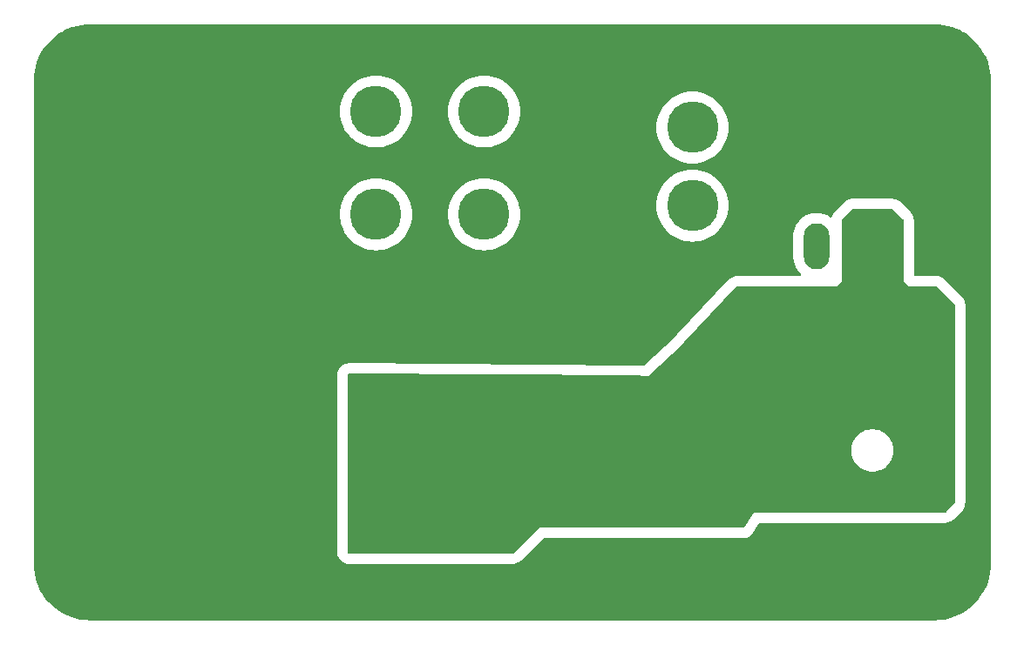
<source format=gbr>
%TF.GenerationSoftware,KiCad,Pcbnew,8.0.7-8.0.7-0~ubuntu22.04.1*%
%TF.CreationDate,2024-12-28T18:58:49+01:00*%
%TF.ProjectId,CrowBar,43726f77-4261-4722-9e6b-696361645f70,1.0A*%
%TF.SameCoordinates,Original*%
%TF.FileFunction,Copper,L2,Bot*%
%TF.FilePolarity,Positive*%
%FSLAX46Y46*%
G04 Gerber Fmt 4.6, Leading zero omitted, Abs format (unit mm)*
G04 Created by KiCad (PCBNEW 8.0.7-8.0.7-0~ubuntu22.04.1) date 2024-12-28 18:58:49*
%MOMM*%
%LPD*%
G01*
G04 APERTURE LIST*
%TA.AperFunction,ComponentPad*%
%ADD10C,5.000000*%
%TD*%
%TA.AperFunction,ComponentPad*%
%ADD11R,2.500000X4.500000*%
%TD*%
%TA.AperFunction,ComponentPad*%
%ADD12O,2.500000X4.500000*%
%TD*%
%TA.AperFunction,ViaPad*%
%ADD13C,1.800000*%
%TD*%
%TA.AperFunction,ViaPad*%
%ADD14C,5.000000*%
%TD*%
G04 APERTURE END LIST*
D10*
%TO.P,J2,1,Pin_1*%
%TO.N,GND*%
X122250000Y-25000000D03*
X111750000Y-25000000D03*
X122250000Y-35000000D03*
X111750000Y-35000000D03*
%TD*%
%TO.P,J1,1,Pin_1*%
%TO.N,Net-(J1-Pin_1)*%
X142250000Y-25000000D03*
X131750000Y-25000000D03*
X142250000Y-35000000D03*
X131750000Y-35000000D03*
%TD*%
D11*
%TO.P,D2,1,K*%
%TO.N,GND*%
X185450000Y-38110000D03*
D12*
%TO.P,D2,2,A*%
%TO.N,Net-(D1-K)*%
X180000000Y-38110000D03*
%TO.P,D2,3,G*%
%TO.N,Net-(D2-G)*%
X174550000Y-38110000D03*
%TD*%
D10*
%TO.P,J4,1,Pin_1*%
%TO.N,GND*%
X122250000Y-55000000D03*
X111750000Y-55000000D03*
X122250000Y-65000000D03*
X111750000Y-65000000D03*
%TD*%
%TO.P,F1,1*%
%TO.N,Net-(D1-K)*%
X162500000Y-61450000D03*
X162500000Y-53850000D03*
%TO.P,F1,2*%
%TO.N,Net-(J1-Pin_1)*%
X162500000Y-34150000D03*
X162500000Y-26550000D03*
%TD*%
%TO.P,J3,1,Pin_1*%
%TO.N,Net-(D1-K)*%
X142250000Y-55000000D03*
X131750000Y-55000000D03*
X142250000Y-65000000D03*
X131750000Y-65000000D03*
%TD*%
D13*
%TO.N,GND*%
X106100000Y-29363044D03*
X175250000Y-22250000D03*
X118139132Y-72950000D03*
X111300000Y-49350000D03*
X103800000Y-53086956D03*
X187300000Y-30950000D03*
X111400000Y-42058696D03*
X124500000Y-40400000D03*
X158208696Y-18000000D03*
X152500000Y-69000000D03*
X106100000Y-65819564D03*
X103800000Y-34858696D03*
X128300000Y-45745652D03*
X129208696Y-18000000D03*
X149000000Y-40500000D03*
X180082608Y-18000000D03*
X106100000Y-47591304D03*
X119300000Y-40408696D03*
X124400000Y-47691304D03*
X101200000Y-32991304D03*
X103800000Y-31213044D03*
X176436956Y-18000000D03*
X101200000Y-36636956D03*
X106100000Y-62173912D03*
X110847828Y-72950000D03*
X107202176Y-72950000D03*
X140013044Y-72950000D03*
X114493480Y-73000000D03*
X116650000Y-42058696D03*
D14*
X104000000Y-70000000D03*
D13*
X110917392Y-19150000D03*
X154000000Y-40500000D03*
X135666666Y-42100000D03*
X136500000Y-18000000D03*
X125430436Y-72950000D03*
X103800000Y-49441304D03*
X147304348Y-73050000D03*
X103800000Y-64023912D03*
X150917392Y-18000000D03*
X101200000Y-62156520D03*
X158241304Y-72950000D03*
X101200000Y-51219564D03*
X121750000Y-49341304D03*
X161886956Y-72950000D03*
X184700000Y-29000000D03*
X190000000Y-50500000D03*
X176436956Y-73000000D03*
X103800000Y-38504348D03*
X132854348Y-18000000D03*
X143708696Y-18000000D03*
X125500000Y-19150000D03*
X103900000Y-45795652D03*
X135666666Y-45745652D03*
X106100000Y-36654348D03*
X190000000Y-61436956D03*
X172791304Y-18000000D03*
X190000000Y-54145652D03*
X129076088Y-72950000D03*
X156000000Y-70500000D03*
X116650000Y-45704348D03*
X190000000Y-47500000D03*
X116550000Y-49350000D03*
X190000000Y-40208696D03*
X172791304Y-73000000D03*
X101300000Y-43928260D03*
X106100000Y-54882608D03*
X157000000Y-42000000D03*
X190000000Y-33000000D03*
X132721740Y-72950000D03*
X178250000Y-22250000D03*
X101200000Y-54865216D03*
X101300000Y-40282608D03*
X106200000Y-40300000D03*
X106100000Y-25717392D03*
X121850000Y-45695652D03*
X118208696Y-19150000D03*
X154595652Y-72950000D03*
X150950000Y-72950000D03*
X140063044Y-18000000D03*
X119300000Y-44054348D03*
X101200000Y-65802172D03*
X103800000Y-56732608D03*
X190000000Y-43854348D03*
X151500000Y-46500000D03*
X172250000Y-22250000D03*
X131983333Y-42150000D03*
X190000000Y-57791304D03*
D14*
X186000000Y-69000000D03*
D13*
X121784784Y-72950000D03*
X128300000Y-42100000D03*
X103800000Y-27567392D03*
X190000000Y-29000000D03*
X143658696Y-72950000D03*
X165500000Y-18000000D03*
X139350000Y-45795652D03*
X165532608Y-72950000D03*
X114563044Y-19200000D03*
X114050000Y-44054348D03*
X131983333Y-45795652D03*
X107271740Y-19150000D03*
D14*
X104000000Y-22000000D03*
D13*
X119200000Y-47700000D03*
X145500000Y-71000000D03*
X111400000Y-45704348D03*
X136367392Y-72950000D03*
X124500000Y-44045652D03*
X113950000Y-47700000D03*
D14*
X145000000Y-45500000D03*
X186000000Y-21000000D03*
D13*
X101200000Y-25700000D03*
X103800000Y-60378260D03*
X190000000Y-36563044D03*
X147354348Y-18000000D03*
X101200000Y-58510868D03*
X103900000Y-42150000D03*
X190000000Y-65500000D03*
X101200000Y-47573912D03*
X106100000Y-51236956D03*
X114050000Y-40408696D03*
X169145652Y-73000000D03*
X181000000Y-25500000D03*
X184700000Y-33000000D03*
X106200000Y-43945652D03*
X121850000Y-42050000D03*
X101200000Y-29345652D03*
X149000000Y-46500000D03*
X161854348Y-18000000D03*
X169145652Y-18000000D03*
X106100000Y-33008696D03*
X106100000Y-58528260D03*
X139350000Y-42150000D03*
X157000000Y-47000000D03*
X154563044Y-18000000D03*
X121854348Y-19150000D03*
X160000000Y-70500000D03*
X180082608Y-73000000D03*
%TO.N,Net-(D1-K)*%
X166500000Y-54500000D03*
X181500000Y-44500000D03*
X186500000Y-54500000D03*
X166500000Y-44500000D03*
X186500000Y-49500000D03*
X166500000Y-49500000D03*
X176500000Y-44500000D03*
X166500000Y-59500000D03*
X148500000Y-59500000D03*
X171500000Y-59500000D03*
X152500000Y-54500000D03*
X186500000Y-59500000D03*
X156500000Y-59500000D03*
X171500000Y-54500000D03*
X181500000Y-49500000D03*
X171500000Y-44500000D03*
X156500000Y-54500000D03*
X148500000Y-54500000D03*
X176500000Y-49500000D03*
X171500000Y-49500000D03*
X186500000Y-44500000D03*
X152500000Y-59500000D03*
%TD*%
%TA.AperFunction,Conductor*%
%TO.N,Net-(D1-K)*%
G36*
X182015677Y-34519685D02*
G01*
X182036319Y-34536319D01*
X182963681Y-35463681D01*
X182997166Y-35525004D01*
X183000000Y-35551362D01*
X183000000Y-41500000D01*
X183500000Y-42000000D01*
X186198638Y-42000000D01*
X186265677Y-42019685D01*
X186286319Y-42036319D01*
X187963681Y-43713681D01*
X187997166Y-43775004D01*
X188000000Y-43801362D01*
X188000000Y-63048638D01*
X187980315Y-63115677D01*
X187963681Y-63136319D01*
X187136319Y-63963681D01*
X187074996Y-63997166D01*
X187048638Y-64000000D01*
X168500000Y-64000000D01*
X167536811Y-65444783D01*
X167483246Y-65489644D01*
X167433637Y-65500000D01*
X147599999Y-65500000D01*
X145136319Y-67963681D01*
X145074996Y-67997166D01*
X145048638Y-68000000D01*
X129124000Y-68000000D01*
X129056961Y-67980315D01*
X129011206Y-67927511D01*
X129000000Y-67876000D01*
X129000000Y-57835602D01*
X177949500Y-57835602D01*
X177949500Y-58104397D01*
X177984582Y-58370880D01*
X177984583Y-58370885D01*
X177984584Y-58370891D01*
X177984585Y-58370893D01*
X178054152Y-58630524D01*
X178157011Y-58878850D01*
X178157019Y-58878866D01*
X178237830Y-59018832D01*
X178291413Y-59111641D01*
X178291415Y-59111644D01*
X178291416Y-59111645D01*
X178455042Y-59324888D01*
X178455048Y-59324895D01*
X178645104Y-59514951D01*
X178645110Y-59514956D01*
X178858359Y-59678587D01*
X179007968Y-59764964D01*
X179091133Y-59812980D01*
X179091149Y-59812988D01*
X179246008Y-59877132D01*
X179339474Y-59915847D01*
X179599109Y-59985416D01*
X179787319Y-60010193D01*
X179865602Y-60020500D01*
X179865603Y-60020500D01*
X180134398Y-60020500D01*
X180194905Y-60012534D01*
X180400891Y-59985416D01*
X180660526Y-59915847D01*
X180847457Y-59838417D01*
X180908850Y-59812988D01*
X180908853Y-59812986D01*
X180908859Y-59812984D01*
X181141641Y-59678587D01*
X181354890Y-59514956D01*
X181544956Y-59324890D01*
X181708587Y-59111641D01*
X181842984Y-58878859D01*
X181945847Y-58630526D01*
X182015416Y-58370891D01*
X182050500Y-58104397D01*
X182050500Y-57835603D01*
X182015416Y-57569109D01*
X181945847Y-57309474D01*
X181907132Y-57216008D01*
X181842988Y-57061149D01*
X181842980Y-57061133D01*
X181794964Y-56977968D01*
X181708587Y-56828359D01*
X181544956Y-56615110D01*
X181544951Y-56615104D01*
X181354895Y-56425048D01*
X181354888Y-56425042D01*
X181141645Y-56261416D01*
X181141644Y-56261415D01*
X181141641Y-56261413D01*
X181048832Y-56207830D01*
X180908866Y-56127019D01*
X180908850Y-56127011D01*
X180660524Y-56024152D01*
X180530708Y-55989368D01*
X180400891Y-55954584D01*
X180400885Y-55954583D01*
X180400880Y-55954582D01*
X180134398Y-55919500D01*
X180134397Y-55919500D01*
X179865603Y-55919500D01*
X179865602Y-55919500D01*
X179599119Y-55954582D01*
X179599112Y-55954583D01*
X179599109Y-55954584D01*
X179544239Y-55969286D01*
X179339475Y-56024152D01*
X179091149Y-56127011D01*
X179091133Y-56127019D01*
X178858354Y-56261416D01*
X178645111Y-56425042D01*
X178645104Y-56425048D01*
X178455048Y-56615104D01*
X178455042Y-56615111D01*
X178291416Y-56828354D01*
X178157019Y-57061133D01*
X178157011Y-57061149D01*
X178054152Y-57309475D01*
X177984585Y-57569106D01*
X177984582Y-57569119D01*
X177949500Y-57835602D01*
X129000000Y-57835602D01*
X129000000Y-50624852D01*
X129019685Y-50557813D01*
X129072489Y-50512058D01*
X129124848Y-50500855D01*
X156746241Y-50690042D01*
X158199999Y-50700000D01*
X158200000Y-50700000D01*
X158200001Y-50700000D01*
X160499986Y-48600013D01*
X160499989Y-48600009D01*
X160500000Y-48600000D01*
X161700000Y-47400000D01*
X166763300Y-42038859D01*
X166823642Y-42003636D01*
X166853450Y-42000000D01*
X176500000Y-42000000D01*
X177000000Y-41500000D01*
X177000000Y-35551362D01*
X177019685Y-35484323D01*
X177036319Y-35463681D01*
X177963681Y-34536319D01*
X178025004Y-34502834D01*
X178051362Y-34500000D01*
X181948638Y-34500000D01*
X182015677Y-34519685D01*
G37*
%TD.AperFunction*%
%TD*%
%TA.AperFunction,Conductor*%
%TO.N,GND*%
G36*
X186002562Y-16500605D02*
G01*
X186449036Y-16519072D01*
X186459209Y-16519915D01*
X186900114Y-16574873D01*
X186910194Y-16576555D01*
X187345042Y-16667733D01*
X187354950Y-16670242D01*
X187780786Y-16797019D01*
X187790454Y-16800338D01*
X188131430Y-16933388D01*
X188204339Y-16961838D01*
X188213724Y-16965954D01*
X188612869Y-17161083D01*
X188621877Y-17165958D01*
X189003544Y-17393383D01*
X189012123Y-17398989D01*
X189373693Y-17657144D01*
X189381775Y-17663435D01*
X189720796Y-17950571D01*
X189728336Y-17957512D01*
X190042487Y-18271663D01*
X190049428Y-18279203D01*
X190336564Y-18618224D01*
X190342859Y-18626312D01*
X190601010Y-18987876D01*
X190606616Y-18996455D01*
X190834041Y-19378122D01*
X190838919Y-19387136D01*
X191034045Y-19786275D01*
X191038161Y-19795660D01*
X191199656Y-20209533D01*
X191202984Y-20219226D01*
X191329753Y-20645036D01*
X191332269Y-20654971D01*
X191423441Y-21089791D01*
X191425128Y-21099900D01*
X191480082Y-21540769D01*
X191480928Y-21550983D01*
X191499394Y-21997437D01*
X191499500Y-22002561D01*
X191499500Y-68997438D01*
X191499394Y-69002562D01*
X191480928Y-69449016D01*
X191480082Y-69459230D01*
X191425128Y-69900099D01*
X191423441Y-69910208D01*
X191332269Y-70345028D01*
X191329753Y-70354963D01*
X191202984Y-70780773D01*
X191199656Y-70790466D01*
X191038161Y-71204339D01*
X191034045Y-71213724D01*
X190838919Y-71612863D01*
X190834041Y-71621877D01*
X190606616Y-72003544D01*
X190601010Y-72012123D01*
X190342859Y-72373687D01*
X190336564Y-72381775D01*
X190049428Y-72720796D01*
X190042487Y-72728336D01*
X189728336Y-73042487D01*
X189720796Y-73049428D01*
X189381775Y-73336564D01*
X189373687Y-73342859D01*
X189012123Y-73601010D01*
X189003544Y-73606616D01*
X188621877Y-73834041D01*
X188612863Y-73838919D01*
X188213724Y-74034045D01*
X188204339Y-74038161D01*
X187790466Y-74199656D01*
X187780773Y-74202984D01*
X187354963Y-74329753D01*
X187345028Y-74332269D01*
X186910208Y-74423441D01*
X186900099Y-74425128D01*
X186459230Y-74480082D01*
X186449016Y-74480928D01*
X186002563Y-74499394D01*
X185997439Y-74499500D01*
X104002561Y-74499500D01*
X103997437Y-74499394D01*
X103550983Y-74480928D01*
X103540769Y-74480082D01*
X103099900Y-74425128D01*
X103089791Y-74423441D01*
X102654971Y-74332269D01*
X102645036Y-74329753D01*
X102219226Y-74202984D01*
X102209533Y-74199656D01*
X101795660Y-74038161D01*
X101786275Y-74034045D01*
X101387136Y-73838919D01*
X101378122Y-73834041D01*
X100996455Y-73606616D01*
X100987876Y-73601010D01*
X100626312Y-73342859D01*
X100618224Y-73336564D01*
X100279203Y-73049428D01*
X100271663Y-73042487D01*
X99957512Y-72728336D01*
X99950571Y-72720796D01*
X99663435Y-72381775D01*
X99657140Y-72373687D01*
X99398989Y-72012123D01*
X99393383Y-72003544D01*
X99165958Y-71621877D01*
X99161080Y-71612863D01*
X98965954Y-71213724D01*
X98961838Y-71204339D01*
X98933388Y-71131430D01*
X98800338Y-70790454D01*
X98797019Y-70780786D01*
X98670242Y-70354950D01*
X98667733Y-70345042D01*
X98576555Y-69910194D01*
X98574873Y-69900114D01*
X98519915Y-69459209D01*
X98519072Y-69449036D01*
X98501279Y-69018854D01*
X98500606Y-69002562D01*
X98500500Y-68997438D01*
X98500500Y-50624850D01*
X127994500Y-50624850D01*
X127994500Y-67875989D01*
X127994566Y-67887579D01*
X127994567Y-67887593D01*
X128017481Y-68089745D01*
X128028685Y-68141246D01*
X128053217Y-68232941D01*
X128134306Y-68419524D01*
X128134310Y-68419531D01*
X128251294Y-68585966D01*
X128251300Y-68585974D01*
X128297055Y-68638778D01*
X128413683Y-68752750D01*
X128416169Y-68755180D01*
X128552195Y-68846184D01*
X128585264Y-68868308D01*
X128746738Y-68934108D01*
X128773671Y-68945083D01*
X128773677Y-68945085D01*
X128788687Y-68949492D01*
X128840710Y-68964768D01*
X128921594Y-68984917D01*
X129039470Y-68996904D01*
X129123999Y-69005500D01*
X129124000Y-69005500D01*
X145048640Y-69005500D01*
X145059387Y-69004923D01*
X145156129Y-68999738D01*
X145182487Y-68996904D01*
X145369371Y-68958610D01*
X145556882Y-68879672D01*
X145618205Y-68846187D01*
X145689638Y-68803245D01*
X145847315Y-68674677D01*
X147980172Y-66541818D01*
X148041495Y-66508334D01*
X148067853Y-66505500D01*
X167433543Y-66505500D01*
X167433637Y-66505500D01*
X167436768Y-66505495D01*
X167639108Y-66484282D01*
X167688717Y-66473926D01*
X167772533Y-66452631D01*
X167960459Y-66374685D01*
X168128848Y-66260506D01*
X168182413Y-66215645D01*
X168244037Y-66159529D01*
X168373437Y-66002534D01*
X169001316Y-65060717D01*
X169054881Y-65015856D01*
X169104490Y-65005500D01*
X187048640Y-65005500D01*
X187059387Y-65004923D01*
X187156129Y-64999738D01*
X187182487Y-64996904D01*
X187369371Y-64958610D01*
X187556882Y-64879672D01*
X187618205Y-64846187D01*
X187689638Y-64803245D01*
X187847315Y-64674677D01*
X188674677Y-63847315D01*
X188746612Y-63767230D01*
X188763246Y-63746588D01*
X188868308Y-63587374D01*
X188945083Y-63398967D01*
X188964768Y-63331928D01*
X188984917Y-63251044D01*
X189005500Y-63048638D01*
X189005500Y-43801362D01*
X188999738Y-43693871D01*
X188996904Y-43667513D01*
X188958610Y-43480629D01*
X188879672Y-43293118D01*
X188846187Y-43231795D01*
X188846184Y-43231790D01*
X188803250Y-43160369D01*
X188803242Y-43160358D01*
X188762001Y-43109779D01*
X188674677Y-43002685D01*
X186997315Y-41325323D01*
X186988049Y-41317000D01*
X186917225Y-41253383D01*
X186896596Y-41236760D01*
X186896584Y-41236751D01*
X186737378Y-41131694D01*
X186737376Y-41131693D01*
X186737374Y-41131692D01*
X186548967Y-41054917D01*
X186548964Y-41054916D01*
X186548959Y-41054914D01*
X186548960Y-41054914D01*
X186481931Y-41035233D01*
X186481933Y-41035233D01*
X186481928Y-41035232D01*
X186401044Y-41015083D01*
X186401040Y-41015082D01*
X186401041Y-41015082D01*
X186198639Y-40994500D01*
X186198638Y-40994500D01*
X184129500Y-40994500D01*
X184062461Y-40974815D01*
X184016706Y-40922011D01*
X184005500Y-40870500D01*
X184005500Y-35551359D01*
X184004635Y-35535238D01*
X183999738Y-35443871D01*
X183996904Y-35417513D01*
X183958610Y-35230629D01*
X183879672Y-35043118D01*
X183846187Y-34981795D01*
X183841718Y-34974361D01*
X183803250Y-34910369D01*
X183803242Y-34910358D01*
X183739977Y-34832770D01*
X183674677Y-34752685D01*
X182747315Y-33825323D01*
X182738049Y-33817000D01*
X182667225Y-33753383D01*
X182646596Y-33736760D01*
X182646584Y-33736751D01*
X182487378Y-33631694D01*
X182487376Y-33631693D01*
X182487374Y-33631692D01*
X182298967Y-33554917D01*
X182298964Y-33554916D01*
X182298959Y-33554914D01*
X182298960Y-33554914D01*
X182231931Y-33535233D01*
X182231933Y-33535233D01*
X182231928Y-33535232D01*
X182151044Y-33515083D01*
X182151040Y-33515082D01*
X182151041Y-33515082D01*
X181948639Y-33494500D01*
X181948638Y-33494500D01*
X178051362Y-33494500D01*
X178051360Y-33494500D01*
X177943888Y-33500261D01*
X177943879Y-33500261D01*
X177943871Y-33500262D01*
X177943868Y-33500262D01*
X177943857Y-33500263D01*
X177917515Y-33503095D01*
X177730630Y-33541389D01*
X177543122Y-33620325D01*
X177481790Y-33653815D01*
X177410369Y-33696749D01*
X177410358Y-33696757D01*
X177252682Y-33825325D01*
X176325336Y-34752671D01*
X176325306Y-34752703D01*
X176253383Y-34832774D01*
X176236760Y-34853403D01*
X176236751Y-34853415D01*
X176131694Y-35012621D01*
X176131693Y-35012623D01*
X176054914Y-35201040D01*
X176054913Y-35201042D01*
X176051468Y-35212774D01*
X176013690Y-35271550D01*
X175950132Y-35300571D01*
X175880974Y-35290623D01*
X175857006Y-35276207D01*
X175802994Y-35234761D01*
X175547510Y-35087258D01*
X175547500Y-35087254D01*
X175274961Y-34974364D01*
X175274954Y-34974362D01*
X175274952Y-34974361D01*
X174989993Y-34898007D01*
X174941113Y-34891571D01*
X174697513Y-34859500D01*
X174697506Y-34859500D01*
X174402494Y-34859500D01*
X174402486Y-34859500D01*
X174124085Y-34896153D01*
X174110007Y-34898007D01*
X173825048Y-34974361D01*
X173825038Y-34974364D01*
X173552499Y-35087254D01*
X173552489Y-35087258D01*
X173297006Y-35234761D01*
X173062959Y-35414352D01*
X173062952Y-35414358D01*
X172854358Y-35622952D01*
X172854352Y-35622959D01*
X172674761Y-35857006D01*
X172527258Y-36112489D01*
X172527254Y-36112499D01*
X172414364Y-36385038D01*
X172414361Y-36385048D01*
X172338008Y-36670004D01*
X172338006Y-36670015D01*
X172299500Y-36962486D01*
X172299500Y-39257513D01*
X172331571Y-39501113D01*
X172338007Y-39549993D01*
X172338008Y-39549995D01*
X172414361Y-39834951D01*
X172414364Y-39834961D01*
X172527254Y-40107500D01*
X172527258Y-40107510D01*
X172674761Y-40362993D01*
X172854352Y-40597040D01*
X172854358Y-40597047D01*
X173040130Y-40782819D01*
X173073615Y-40844142D01*
X173068631Y-40913834D01*
X173026759Y-40969767D01*
X172961295Y-40994184D01*
X172952449Y-40994500D01*
X166853450Y-40994500D01*
X166833905Y-40995687D01*
X166731707Y-41001897D01*
X166701954Y-41005525D01*
X166701955Y-41005526D01*
X166700284Y-41005731D01*
X166700281Y-41005731D01*
X166501926Y-41050992D01*
X166316753Y-41135251D01*
X166316743Y-41135256D01*
X166256411Y-41170473D01*
X166186231Y-41215438D01*
X166186230Y-41215439D01*
X166032286Y-41348460D01*
X160980055Y-46697880D01*
X160977586Y-46700420D01*
X159807138Y-47870868D01*
X159803066Y-47874759D01*
X157848825Y-49659067D01*
X157786045Y-49689733D01*
X157764367Y-49691492D01*
X156753128Y-49684566D01*
X129131749Y-49495379D01*
X129131736Y-49495379D01*
X129131735Y-49495379D01*
X129116700Y-49495388D01*
X129116688Y-49495388D01*
X128914476Y-49517608D01*
X128914455Y-49517612D01*
X128862125Y-49528809D01*
X128862113Y-49528811D01*
X128862109Y-49528813D01*
X128831597Y-49536920D01*
X128767060Y-49554068D01*
X128767054Y-49554070D01*
X128580475Y-49635158D01*
X128580468Y-49635162D01*
X128414033Y-49752146D01*
X128414020Y-49752157D01*
X128361225Y-49797904D01*
X128244819Y-49917021D01*
X128131693Y-50086113D01*
X128131690Y-50086120D01*
X128054916Y-50274523D01*
X128054914Y-50274529D01*
X128035233Y-50341558D01*
X128015082Y-50422449D01*
X127994500Y-50624850D01*
X98500500Y-50624850D01*
X98500500Y-34999999D01*
X128244696Y-34999999D01*
X128244696Y-35000000D01*
X128263898Y-35366405D01*
X128297053Y-35575736D01*
X128321295Y-35728794D01*
X128367881Y-35902656D01*
X128416260Y-36083206D01*
X128547746Y-36425739D01*
X128714320Y-36752656D01*
X128914147Y-37060364D01*
X129015628Y-37185682D01*
X129145051Y-37345506D01*
X129404494Y-37604949D01*
X129442965Y-37636102D01*
X129689635Y-37835852D01*
X129997343Y-38035679D01*
X129997348Y-38035682D01*
X130324264Y-38202255D01*
X130666801Y-38333742D01*
X131021206Y-38428705D01*
X131383596Y-38486102D01*
X131729734Y-38504241D01*
X131749999Y-38505304D01*
X131750000Y-38505304D01*
X131750001Y-38505304D01*
X131769203Y-38504297D01*
X132116404Y-38486102D01*
X132478794Y-38428705D01*
X132833199Y-38333742D01*
X133175736Y-38202255D01*
X133502652Y-38035682D01*
X133810366Y-37835851D01*
X134095506Y-37604949D01*
X134354949Y-37345506D01*
X134585851Y-37060366D01*
X134785682Y-36752652D01*
X134952255Y-36425736D01*
X135083742Y-36083199D01*
X135178705Y-35728794D01*
X135236102Y-35366404D01*
X135255304Y-35000000D01*
X135255304Y-34999999D01*
X138744696Y-34999999D01*
X138744696Y-35000000D01*
X138763898Y-35366405D01*
X138797053Y-35575736D01*
X138821295Y-35728794D01*
X138867881Y-35902656D01*
X138916260Y-36083206D01*
X139047746Y-36425739D01*
X139214320Y-36752656D01*
X139414147Y-37060364D01*
X139515628Y-37185682D01*
X139645051Y-37345506D01*
X139904494Y-37604949D01*
X139942965Y-37636102D01*
X140189635Y-37835852D01*
X140497343Y-38035679D01*
X140497348Y-38035682D01*
X140824264Y-38202255D01*
X141166801Y-38333742D01*
X141521206Y-38428705D01*
X141883596Y-38486102D01*
X142229734Y-38504241D01*
X142249999Y-38505304D01*
X142250000Y-38505304D01*
X142250001Y-38505304D01*
X142269203Y-38504297D01*
X142616404Y-38486102D01*
X142978794Y-38428705D01*
X143333199Y-38333742D01*
X143675736Y-38202255D01*
X144002652Y-38035682D01*
X144310366Y-37835851D01*
X144595506Y-37604949D01*
X144854949Y-37345506D01*
X145085851Y-37060366D01*
X145285682Y-36752652D01*
X145452255Y-36425736D01*
X145583742Y-36083199D01*
X145678705Y-35728794D01*
X145736102Y-35366404D01*
X145755304Y-35000000D01*
X145736102Y-34633596D01*
X145678705Y-34271206D01*
X145646228Y-34149999D01*
X158994696Y-34149999D01*
X158994696Y-34150000D01*
X159013898Y-34516405D01*
X159071294Y-34878788D01*
X159071294Y-34878790D01*
X159166260Y-35233206D01*
X159297746Y-35575739D01*
X159464320Y-35902656D01*
X159664147Y-36210364D01*
X159664149Y-36210366D01*
X159895051Y-36495506D01*
X160154494Y-36754949D01*
X160154498Y-36754952D01*
X160439635Y-36985852D01*
X160747343Y-37185679D01*
X160747348Y-37185682D01*
X161074264Y-37352255D01*
X161416801Y-37483742D01*
X161771206Y-37578705D01*
X162133596Y-37636102D01*
X162479734Y-37654241D01*
X162499999Y-37655304D01*
X162500000Y-37655304D01*
X162500001Y-37655304D01*
X162519203Y-37654297D01*
X162866404Y-37636102D01*
X163228794Y-37578705D01*
X163583199Y-37483742D01*
X163925736Y-37352255D01*
X164252652Y-37185682D01*
X164560366Y-36985851D01*
X164845506Y-36754949D01*
X165104949Y-36495506D01*
X165335851Y-36210366D01*
X165535682Y-35902652D01*
X165702255Y-35575736D01*
X165833742Y-35233199D01*
X165928705Y-34878794D01*
X165986102Y-34516404D01*
X166005304Y-34150000D01*
X165986102Y-33783596D01*
X165928705Y-33421206D01*
X165833742Y-33066801D01*
X165702255Y-32724264D01*
X165535682Y-32397348D01*
X165535679Y-32397343D01*
X165335852Y-32089635D01*
X165104952Y-31804498D01*
X165104949Y-31804494D01*
X164845506Y-31545051D01*
X164560366Y-31314149D01*
X164560364Y-31314147D01*
X164252656Y-31114320D01*
X163925739Y-30947746D01*
X163583206Y-30816260D01*
X163583199Y-30816258D01*
X163228794Y-30721295D01*
X163228790Y-30721294D01*
X163228789Y-30721294D01*
X162866405Y-30663898D01*
X162500001Y-30644696D01*
X162499999Y-30644696D01*
X162133594Y-30663898D01*
X161771211Y-30721294D01*
X161771209Y-30721294D01*
X161416793Y-30816260D01*
X161074260Y-30947746D01*
X160747343Y-31114320D01*
X160439635Y-31314147D01*
X160154498Y-31545047D01*
X160154490Y-31545054D01*
X159895054Y-31804490D01*
X159895047Y-31804498D01*
X159664147Y-32089635D01*
X159464320Y-32397343D01*
X159297746Y-32724260D01*
X159166260Y-33066793D01*
X159071294Y-33421209D01*
X159071294Y-33421211D01*
X159013898Y-33783594D01*
X158994696Y-34149999D01*
X145646228Y-34149999D01*
X145583742Y-33916801D01*
X145452255Y-33574264D01*
X145285682Y-33247348D01*
X145085851Y-32939634D01*
X144854949Y-32654494D01*
X144595506Y-32395051D01*
X144310366Y-32164149D01*
X144310364Y-32164147D01*
X144002656Y-31964320D01*
X143675739Y-31797746D01*
X143333206Y-31666260D01*
X143333199Y-31666258D01*
X142978794Y-31571295D01*
X142978790Y-31571294D01*
X142978789Y-31571294D01*
X142616405Y-31513898D01*
X142250001Y-31494696D01*
X142249999Y-31494696D01*
X141883594Y-31513898D01*
X141521211Y-31571294D01*
X141521209Y-31571294D01*
X141166793Y-31666260D01*
X140824260Y-31797746D01*
X140497343Y-31964320D01*
X140189635Y-32164147D01*
X139904498Y-32395047D01*
X139904490Y-32395054D01*
X139645054Y-32654490D01*
X139645047Y-32654498D01*
X139414147Y-32939635D01*
X139214320Y-33247343D01*
X139047746Y-33574260D01*
X138916260Y-33916793D01*
X138821294Y-34271209D01*
X138821294Y-34271211D01*
X138763898Y-34633594D01*
X138744696Y-34999999D01*
X135255304Y-34999999D01*
X135236102Y-34633596D01*
X135178705Y-34271206D01*
X135083742Y-33916801D01*
X134952255Y-33574264D01*
X134785682Y-33247348D01*
X134585851Y-32939634D01*
X134354949Y-32654494D01*
X134095506Y-32395051D01*
X133810366Y-32164149D01*
X133810364Y-32164147D01*
X133502656Y-31964320D01*
X133175739Y-31797746D01*
X132833206Y-31666260D01*
X132833199Y-31666258D01*
X132478794Y-31571295D01*
X132478790Y-31571294D01*
X132478789Y-31571294D01*
X132116405Y-31513898D01*
X131750001Y-31494696D01*
X131749999Y-31494696D01*
X131383594Y-31513898D01*
X131021211Y-31571294D01*
X131021209Y-31571294D01*
X130666793Y-31666260D01*
X130324260Y-31797746D01*
X129997343Y-31964320D01*
X129689635Y-32164147D01*
X129404498Y-32395047D01*
X129404490Y-32395054D01*
X129145054Y-32654490D01*
X129145047Y-32654498D01*
X128914147Y-32939635D01*
X128714320Y-33247343D01*
X128547746Y-33574260D01*
X128416260Y-33916793D01*
X128321294Y-34271209D01*
X128321294Y-34271211D01*
X128263898Y-34633594D01*
X128244696Y-34999999D01*
X98500500Y-34999999D01*
X98500500Y-24999999D01*
X128244696Y-24999999D01*
X128244696Y-25000000D01*
X128263898Y-25366405D01*
X128321294Y-25728788D01*
X128321294Y-25728790D01*
X128416260Y-26083206D01*
X128547746Y-26425739D01*
X128714320Y-26752656D01*
X128914147Y-27060364D01*
X128914149Y-27060366D01*
X129145051Y-27345506D01*
X129404494Y-27604949D01*
X129563311Y-27733557D01*
X129689635Y-27835852D01*
X129997343Y-28035679D01*
X129997348Y-28035682D01*
X130324264Y-28202255D01*
X130666801Y-28333742D01*
X131021206Y-28428705D01*
X131383596Y-28486102D01*
X131729734Y-28504241D01*
X131749999Y-28505304D01*
X131750000Y-28505304D01*
X131750001Y-28505304D01*
X131769203Y-28504297D01*
X132116404Y-28486102D01*
X132478794Y-28428705D01*
X132833199Y-28333742D01*
X133175736Y-28202255D01*
X133502652Y-28035682D01*
X133810366Y-27835851D01*
X134095506Y-27604949D01*
X134354949Y-27345506D01*
X134585851Y-27060366D01*
X134785682Y-26752652D01*
X134952255Y-26425736D01*
X135083742Y-26083199D01*
X135178705Y-25728794D01*
X135236102Y-25366404D01*
X135255304Y-25000000D01*
X135255304Y-24999999D01*
X138744696Y-24999999D01*
X138744696Y-25000000D01*
X138763898Y-25366405D01*
X138821294Y-25728788D01*
X138821294Y-25728790D01*
X138916260Y-26083206D01*
X139047746Y-26425739D01*
X139214320Y-26752656D01*
X139414147Y-27060364D01*
X139414149Y-27060366D01*
X139645051Y-27345506D01*
X139904494Y-27604949D01*
X140063311Y-27733557D01*
X140189635Y-27835852D01*
X140497343Y-28035679D01*
X140497348Y-28035682D01*
X140824264Y-28202255D01*
X141166801Y-28333742D01*
X141521206Y-28428705D01*
X141883596Y-28486102D01*
X142229734Y-28504241D01*
X142249999Y-28505304D01*
X142250000Y-28505304D01*
X142250001Y-28505304D01*
X142269203Y-28504297D01*
X142616404Y-28486102D01*
X142978794Y-28428705D01*
X143333199Y-28333742D01*
X143675736Y-28202255D01*
X144002652Y-28035682D01*
X144310366Y-27835851D01*
X144595506Y-27604949D01*
X144854949Y-27345506D01*
X145085851Y-27060366D01*
X145285682Y-26752652D01*
X145388939Y-26549999D01*
X158994696Y-26549999D01*
X158994696Y-26550000D01*
X159005316Y-26752656D01*
X159013898Y-26916404D01*
X159071295Y-27278794D01*
X159158688Y-27604949D01*
X159166260Y-27633206D01*
X159297746Y-27975739D01*
X159464320Y-28302656D01*
X159664147Y-28610364D01*
X159664149Y-28610366D01*
X159895051Y-28895506D01*
X160154494Y-29154949D01*
X160154498Y-29154952D01*
X160439635Y-29385852D01*
X160747343Y-29585679D01*
X160747348Y-29585682D01*
X161074264Y-29752255D01*
X161416801Y-29883742D01*
X161771206Y-29978705D01*
X162133596Y-30036102D01*
X162479734Y-30054241D01*
X162499999Y-30055304D01*
X162500000Y-30055304D01*
X162500001Y-30055304D01*
X162519203Y-30054297D01*
X162866404Y-30036102D01*
X163228794Y-29978705D01*
X163583199Y-29883742D01*
X163925736Y-29752255D01*
X164252652Y-29585682D01*
X164560366Y-29385851D01*
X164845506Y-29154949D01*
X165104949Y-28895506D01*
X165335851Y-28610366D01*
X165535682Y-28302652D01*
X165702255Y-27975736D01*
X165833742Y-27633199D01*
X165928705Y-27278794D01*
X165986102Y-26916404D01*
X166005304Y-26550000D01*
X165986102Y-26183596D01*
X165928705Y-25821206D01*
X165833742Y-25466801D01*
X165702255Y-25124264D01*
X165535682Y-24797348D01*
X165429341Y-24633596D01*
X165335852Y-24489635D01*
X165104952Y-24204498D01*
X165104949Y-24204494D01*
X164845506Y-23945051D01*
X164560366Y-23714149D01*
X164560364Y-23714147D01*
X164252656Y-23514320D01*
X163925739Y-23347746D01*
X163583206Y-23216260D01*
X163583199Y-23216258D01*
X163228794Y-23121295D01*
X163228790Y-23121294D01*
X163228789Y-23121294D01*
X162866405Y-23063898D01*
X162500001Y-23044696D01*
X162499999Y-23044696D01*
X162133594Y-23063898D01*
X161771211Y-23121294D01*
X161771209Y-23121294D01*
X161416793Y-23216260D01*
X161074260Y-23347746D01*
X160747343Y-23514320D01*
X160439635Y-23714147D01*
X160154498Y-23945047D01*
X160154490Y-23945054D01*
X159895054Y-24204490D01*
X159895047Y-24204498D01*
X159664147Y-24489635D01*
X159464320Y-24797343D01*
X159297746Y-25124260D01*
X159166260Y-25466793D01*
X159071294Y-25821209D01*
X159071294Y-25821211D01*
X159013898Y-26183594D01*
X158994696Y-26549999D01*
X145388939Y-26549999D01*
X145452255Y-26425736D01*
X145583742Y-26083199D01*
X145678705Y-25728794D01*
X145736102Y-25366404D01*
X145755304Y-25000000D01*
X145736102Y-24633596D01*
X145678705Y-24271206D01*
X145583742Y-23916801D01*
X145452255Y-23574264D01*
X145285682Y-23247348D01*
X145285679Y-23247343D01*
X145085852Y-22939635D01*
X144854952Y-22654498D01*
X144854949Y-22654494D01*
X144595506Y-22395051D01*
X144310366Y-22164149D01*
X144310364Y-22164147D01*
X144002656Y-21964320D01*
X143675739Y-21797746D01*
X143333206Y-21666260D01*
X143333199Y-21666258D01*
X142978794Y-21571295D01*
X142978790Y-21571294D01*
X142978789Y-21571294D01*
X142616405Y-21513898D01*
X142250001Y-21494696D01*
X142249999Y-21494696D01*
X141883594Y-21513898D01*
X141521211Y-21571294D01*
X141521209Y-21571294D01*
X141166793Y-21666260D01*
X140824260Y-21797746D01*
X140497343Y-21964320D01*
X140189635Y-22164147D01*
X139904498Y-22395047D01*
X139904490Y-22395054D01*
X139645054Y-22654490D01*
X139645047Y-22654498D01*
X139414147Y-22939635D01*
X139214320Y-23247343D01*
X139047746Y-23574260D01*
X138916260Y-23916793D01*
X138821294Y-24271209D01*
X138821294Y-24271211D01*
X138763898Y-24633594D01*
X138744696Y-24999999D01*
X135255304Y-24999999D01*
X135236102Y-24633596D01*
X135178705Y-24271206D01*
X135083742Y-23916801D01*
X134952255Y-23574264D01*
X134785682Y-23247348D01*
X134785679Y-23247343D01*
X134585852Y-22939635D01*
X134354952Y-22654498D01*
X134354949Y-22654494D01*
X134095506Y-22395051D01*
X133810366Y-22164149D01*
X133810364Y-22164147D01*
X133502656Y-21964320D01*
X133175739Y-21797746D01*
X132833206Y-21666260D01*
X132833199Y-21666258D01*
X132478794Y-21571295D01*
X132478790Y-21571294D01*
X132478789Y-21571294D01*
X132116405Y-21513898D01*
X131750001Y-21494696D01*
X131749999Y-21494696D01*
X131383594Y-21513898D01*
X131021211Y-21571294D01*
X131021209Y-21571294D01*
X130666793Y-21666260D01*
X130324260Y-21797746D01*
X129997343Y-21964320D01*
X129689635Y-22164147D01*
X129404498Y-22395047D01*
X129404490Y-22395054D01*
X129145054Y-22654490D01*
X129145047Y-22654498D01*
X128914147Y-22939635D01*
X128714320Y-23247343D01*
X128547746Y-23574260D01*
X128416260Y-23916793D01*
X128321294Y-24271209D01*
X128321294Y-24271211D01*
X128263898Y-24633594D01*
X128244696Y-24999999D01*
X98500500Y-24999999D01*
X98500500Y-22002561D01*
X98500606Y-21997437D01*
X98508865Y-21797746D01*
X98519072Y-21550961D01*
X98519915Y-21540792D01*
X98574874Y-21099881D01*
X98576554Y-21089809D01*
X98667734Y-20654951D01*
X98670241Y-20645055D01*
X98797022Y-20219205D01*
X98800336Y-20209553D01*
X98961840Y-19795654D01*
X98965954Y-19786275D01*
X99161088Y-19387120D01*
X99165949Y-19378136D01*
X99393389Y-18996445D01*
X99398982Y-18987885D01*
X99657153Y-18626294D01*
X99663422Y-18618240D01*
X99950581Y-18279191D01*
X99957500Y-18271675D01*
X100271675Y-17957500D01*
X100279191Y-17950581D01*
X100618240Y-17663422D01*
X100626294Y-17657153D01*
X100987885Y-17398982D01*
X100996445Y-17393389D01*
X101378136Y-17165949D01*
X101387120Y-17161088D01*
X101786280Y-16965951D01*
X101795654Y-16961840D01*
X102209553Y-16800336D01*
X102219205Y-16797022D01*
X102645055Y-16670241D01*
X102654951Y-16667734D01*
X103089809Y-16576554D01*
X103099881Y-16574874D01*
X103540792Y-16519915D01*
X103550961Y-16519072D01*
X103997437Y-16500605D01*
X104002561Y-16500500D01*
X104065892Y-16500500D01*
X185934108Y-16500500D01*
X185997439Y-16500500D01*
X186002562Y-16500605D01*
G37*
%TD.AperFunction*%
%TD*%
M02*

</source>
